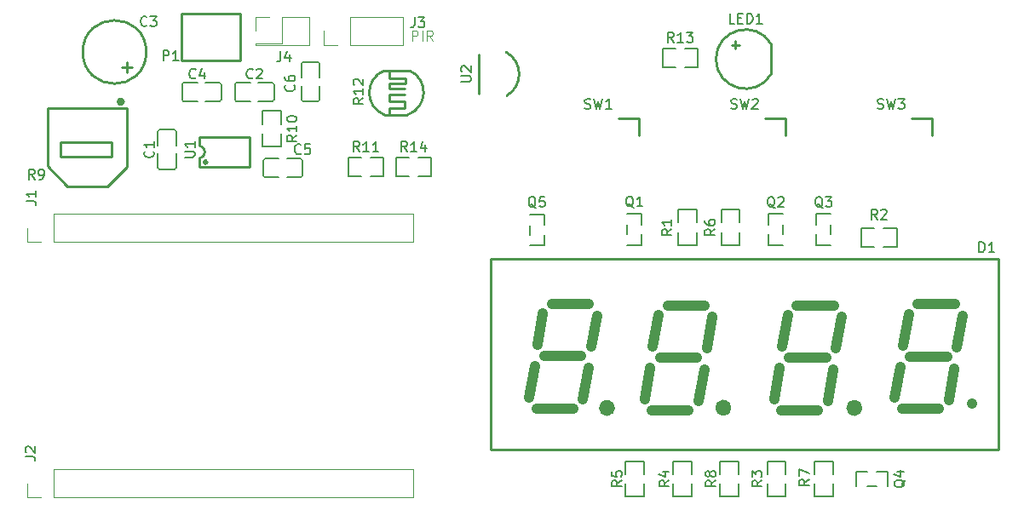
<source format=gto>
G04 #@! TF.GenerationSoftware,KiCad,Pcbnew,9.0.1*
G04 #@! TF.CreationDate,2025-05-01T12:24:31+02:00*
G04 #@! TF.ProjectId,despertador,64657370-6572-4746-9164-6f722e6b6963,rev?*
G04 #@! TF.SameCoordinates,Original*
G04 #@! TF.FileFunction,Legend,Top*
G04 #@! TF.FilePolarity,Positive*
%FSLAX46Y46*%
G04 Gerber Fmt 4.6, Leading zero omitted, Abs format (unit mm)*
G04 Created by KiCad (PCBNEW 9.0.1) date 2025-05-01 12:24:31*
%MOMM*%
%LPD*%
G01*
G04 APERTURE LIST*
%ADD10C,0.100000*%
%ADD11C,0.150000*%
%ADD12C,0.250000*%
%ADD13C,0.120000*%
%ADD14C,1.000000*%
%ADD15C,0.300000*%
%ADD16C,0.400000*%
%ADD17R,1.350000X1.410000*%
%ADD18R,1.410000X1.350000*%
%ADD19R,1.380000X1.130000*%
%ADD20R,1.600000X1.600000*%
%ADD21C,1.600000*%
%ADD22C,1.520000*%
%ADD23R,1.700000X1.700000*%
%ADD24C,1.700000*%
%ADD25R,1.250000X0.700000*%
%ADD26C,1.550000*%
%ADD27O,0.630000X1.860000*%
%ADD28R,1.130000X1.380000*%
%ADD29R,2.200000X2.100000*%
%ADD30C,2.200000*%
%ADD31R,1.800000X1.800000*%
%ADD32O,1.800000X1.800000*%
%ADD33R,0.700000X1.250000*%
G04 APERTURE END LIST*
D10*
X119603884Y-93172419D02*
X119603884Y-92172419D01*
X119603884Y-92172419D02*
X119984836Y-92172419D01*
X119984836Y-92172419D02*
X120080074Y-92220038D01*
X120080074Y-92220038D02*
X120127693Y-92267657D01*
X120127693Y-92267657D02*
X120175312Y-92362895D01*
X120175312Y-92362895D02*
X120175312Y-92505752D01*
X120175312Y-92505752D02*
X120127693Y-92600990D01*
X120127693Y-92600990D02*
X120080074Y-92648609D01*
X120080074Y-92648609D02*
X119984836Y-92696228D01*
X119984836Y-92696228D02*
X119603884Y-92696228D01*
X120603884Y-93172419D02*
X120603884Y-92172419D01*
X121651502Y-93172419D02*
X121318169Y-92696228D01*
X121080074Y-93172419D02*
X121080074Y-92172419D01*
X121080074Y-92172419D02*
X121461026Y-92172419D01*
X121461026Y-92172419D02*
X121556264Y-92220038D01*
X121556264Y-92220038D02*
X121603883Y-92267657D01*
X121603883Y-92267657D02*
X121651502Y-92362895D01*
X121651502Y-92362895D02*
X121651502Y-92505752D01*
X121651502Y-92505752D02*
X121603883Y-92600990D01*
X121603883Y-92600990D02*
X121556264Y-92648609D01*
X121556264Y-92648609D02*
X121461026Y-92696228D01*
X121461026Y-92696228D02*
X121080074Y-92696228D01*
D11*
X107859580Y-97580600D02*
X107907200Y-97628219D01*
X107907200Y-97628219D02*
X107954819Y-97771076D01*
X107954819Y-97771076D02*
X107954819Y-97866314D01*
X107954819Y-97866314D02*
X107907200Y-98009171D01*
X107907200Y-98009171D02*
X107811961Y-98104409D01*
X107811961Y-98104409D02*
X107716723Y-98152028D01*
X107716723Y-98152028D02*
X107526247Y-98199647D01*
X107526247Y-98199647D02*
X107383390Y-98199647D01*
X107383390Y-98199647D02*
X107192914Y-98152028D01*
X107192914Y-98152028D02*
X107097676Y-98104409D01*
X107097676Y-98104409D02*
X107002438Y-98009171D01*
X107002438Y-98009171D02*
X106954819Y-97866314D01*
X106954819Y-97866314D02*
X106954819Y-97771076D01*
X106954819Y-97771076D02*
X107002438Y-97628219D01*
X107002438Y-97628219D02*
X107050057Y-97580600D01*
X106954819Y-96723457D02*
X106954819Y-96913933D01*
X106954819Y-96913933D02*
X107002438Y-97009171D01*
X107002438Y-97009171D02*
X107050057Y-97056790D01*
X107050057Y-97056790D02*
X107192914Y-97152028D01*
X107192914Y-97152028D02*
X107383390Y-97199647D01*
X107383390Y-97199647D02*
X107764342Y-97199647D01*
X107764342Y-97199647D02*
X107859580Y-97152028D01*
X107859580Y-97152028D02*
X107907200Y-97104409D01*
X107907200Y-97104409D02*
X107954819Y-97009171D01*
X107954819Y-97009171D02*
X107954819Y-96818695D01*
X107954819Y-96818695D02*
X107907200Y-96723457D01*
X107907200Y-96723457D02*
X107859580Y-96675838D01*
X107859580Y-96675838D02*
X107764342Y-96628219D01*
X107764342Y-96628219D02*
X107526247Y-96628219D01*
X107526247Y-96628219D02*
X107431009Y-96675838D01*
X107431009Y-96675838D02*
X107383390Y-96723457D01*
X107383390Y-96723457D02*
X107335771Y-96818695D01*
X107335771Y-96818695D02*
X107335771Y-97009171D01*
X107335771Y-97009171D02*
X107383390Y-97104409D01*
X107383390Y-97104409D02*
X107431009Y-97152028D01*
X107431009Y-97152028D02*
X107526247Y-97199647D01*
X108543333Y-104369580D02*
X108495714Y-104417200D01*
X108495714Y-104417200D02*
X108352857Y-104464819D01*
X108352857Y-104464819D02*
X108257619Y-104464819D01*
X108257619Y-104464819D02*
X108114762Y-104417200D01*
X108114762Y-104417200D02*
X108019524Y-104321961D01*
X108019524Y-104321961D02*
X107971905Y-104226723D01*
X107971905Y-104226723D02*
X107924286Y-104036247D01*
X107924286Y-104036247D02*
X107924286Y-103893390D01*
X107924286Y-103893390D02*
X107971905Y-103702914D01*
X107971905Y-103702914D02*
X108019524Y-103607676D01*
X108019524Y-103607676D02*
X108114762Y-103512438D01*
X108114762Y-103512438D02*
X108257619Y-103464819D01*
X108257619Y-103464819D02*
X108352857Y-103464819D01*
X108352857Y-103464819D02*
X108495714Y-103512438D01*
X108495714Y-103512438D02*
X108543333Y-103560057D01*
X109448095Y-103464819D02*
X108971905Y-103464819D01*
X108971905Y-103464819D02*
X108924286Y-103941009D01*
X108924286Y-103941009D02*
X108971905Y-103893390D01*
X108971905Y-103893390D02*
X109067143Y-103845771D01*
X109067143Y-103845771D02*
X109305238Y-103845771D01*
X109305238Y-103845771D02*
X109400476Y-103893390D01*
X109400476Y-103893390D02*
X109448095Y-103941009D01*
X109448095Y-103941009D02*
X109495714Y-104036247D01*
X109495714Y-104036247D02*
X109495714Y-104274342D01*
X109495714Y-104274342D02*
X109448095Y-104369580D01*
X109448095Y-104369580D02*
X109400476Y-104417200D01*
X109400476Y-104417200D02*
X109305238Y-104464819D01*
X109305238Y-104464819D02*
X109067143Y-104464819D01*
X109067143Y-104464819D02*
X108971905Y-104417200D01*
X108971905Y-104417200D02*
X108924286Y-104369580D01*
X103773333Y-96869580D02*
X103725714Y-96917200D01*
X103725714Y-96917200D02*
X103582857Y-96964819D01*
X103582857Y-96964819D02*
X103487619Y-96964819D01*
X103487619Y-96964819D02*
X103344762Y-96917200D01*
X103344762Y-96917200D02*
X103249524Y-96821961D01*
X103249524Y-96821961D02*
X103201905Y-96726723D01*
X103201905Y-96726723D02*
X103154286Y-96536247D01*
X103154286Y-96536247D02*
X103154286Y-96393390D01*
X103154286Y-96393390D02*
X103201905Y-96202914D01*
X103201905Y-96202914D02*
X103249524Y-96107676D01*
X103249524Y-96107676D02*
X103344762Y-96012438D01*
X103344762Y-96012438D02*
X103487619Y-95964819D01*
X103487619Y-95964819D02*
X103582857Y-95964819D01*
X103582857Y-95964819D02*
X103725714Y-96012438D01*
X103725714Y-96012438D02*
X103773333Y-96060057D01*
X104154286Y-96060057D02*
X104201905Y-96012438D01*
X104201905Y-96012438D02*
X104297143Y-95964819D01*
X104297143Y-95964819D02*
X104535238Y-95964819D01*
X104535238Y-95964819D02*
X104630476Y-96012438D01*
X104630476Y-96012438D02*
X104678095Y-96060057D01*
X104678095Y-96060057D02*
X104725714Y-96155295D01*
X104725714Y-96155295D02*
X104725714Y-96250533D01*
X104725714Y-96250533D02*
X104678095Y-96393390D01*
X104678095Y-96393390D02*
X104106667Y-96964819D01*
X104106667Y-96964819D02*
X104725714Y-96964819D01*
X98083333Y-96869580D02*
X98035714Y-96917200D01*
X98035714Y-96917200D02*
X97892857Y-96964819D01*
X97892857Y-96964819D02*
X97797619Y-96964819D01*
X97797619Y-96964819D02*
X97654762Y-96917200D01*
X97654762Y-96917200D02*
X97559524Y-96821961D01*
X97559524Y-96821961D02*
X97511905Y-96726723D01*
X97511905Y-96726723D02*
X97464286Y-96536247D01*
X97464286Y-96536247D02*
X97464286Y-96393390D01*
X97464286Y-96393390D02*
X97511905Y-96202914D01*
X97511905Y-96202914D02*
X97559524Y-96107676D01*
X97559524Y-96107676D02*
X97654762Y-96012438D01*
X97654762Y-96012438D02*
X97797619Y-95964819D01*
X97797619Y-95964819D02*
X97892857Y-95964819D01*
X97892857Y-95964819D02*
X98035714Y-96012438D01*
X98035714Y-96012438D02*
X98083333Y-96060057D01*
X98940476Y-96298152D02*
X98940476Y-96964819D01*
X98702381Y-95917200D02*
X98464286Y-96631485D01*
X98464286Y-96631485D02*
X99083333Y-96631485D01*
X93859580Y-104166666D02*
X93907200Y-104214285D01*
X93907200Y-104214285D02*
X93954819Y-104357142D01*
X93954819Y-104357142D02*
X93954819Y-104452380D01*
X93954819Y-104452380D02*
X93907200Y-104595237D01*
X93907200Y-104595237D02*
X93811961Y-104690475D01*
X93811961Y-104690475D02*
X93716723Y-104738094D01*
X93716723Y-104738094D02*
X93526247Y-104785713D01*
X93526247Y-104785713D02*
X93383390Y-104785713D01*
X93383390Y-104785713D02*
X93192914Y-104738094D01*
X93192914Y-104738094D02*
X93097676Y-104690475D01*
X93097676Y-104690475D02*
X93002438Y-104595237D01*
X93002438Y-104595237D02*
X92954819Y-104452380D01*
X92954819Y-104452380D02*
X92954819Y-104357142D01*
X92954819Y-104357142D02*
X93002438Y-104214285D01*
X93002438Y-104214285D02*
X93050057Y-104166666D01*
X93954819Y-103214285D02*
X93954819Y-103785713D01*
X93954819Y-103499999D02*
X92954819Y-103499999D01*
X92954819Y-103499999D02*
X93097676Y-103595237D01*
X93097676Y-103595237D02*
X93192914Y-103690475D01*
X93192914Y-103690475D02*
X93240533Y-103785713D01*
X149779819Y-136916666D02*
X149303628Y-137249999D01*
X149779819Y-137488094D02*
X148779819Y-137488094D01*
X148779819Y-137488094D02*
X148779819Y-137107142D01*
X148779819Y-137107142D02*
X148827438Y-137011904D01*
X148827438Y-137011904D02*
X148875057Y-136964285D01*
X148875057Y-136964285D02*
X148970295Y-136916666D01*
X148970295Y-136916666D02*
X149113152Y-136916666D01*
X149113152Y-136916666D02*
X149208390Y-136964285D01*
X149208390Y-136964285D02*
X149256009Y-137011904D01*
X149256009Y-137011904D02*
X149303628Y-137107142D01*
X149303628Y-137107142D02*
X149303628Y-137488094D01*
X149208390Y-136345237D02*
X149160771Y-136440475D01*
X149160771Y-136440475D02*
X149113152Y-136488094D01*
X149113152Y-136488094D02*
X149017914Y-136535713D01*
X149017914Y-136535713D02*
X148970295Y-136535713D01*
X148970295Y-136535713D02*
X148875057Y-136488094D01*
X148875057Y-136488094D02*
X148827438Y-136440475D01*
X148827438Y-136440475D02*
X148779819Y-136345237D01*
X148779819Y-136345237D02*
X148779819Y-136154761D01*
X148779819Y-136154761D02*
X148827438Y-136059523D01*
X148827438Y-136059523D02*
X148875057Y-136011904D01*
X148875057Y-136011904D02*
X148970295Y-135964285D01*
X148970295Y-135964285D02*
X149017914Y-135964285D01*
X149017914Y-135964285D02*
X149113152Y-136011904D01*
X149113152Y-136011904D02*
X149160771Y-136059523D01*
X149160771Y-136059523D02*
X149208390Y-136154761D01*
X149208390Y-136154761D02*
X149208390Y-136345237D01*
X149208390Y-136345237D02*
X149256009Y-136440475D01*
X149256009Y-136440475D02*
X149303628Y-136488094D01*
X149303628Y-136488094D02*
X149398866Y-136535713D01*
X149398866Y-136535713D02*
X149589342Y-136535713D01*
X149589342Y-136535713D02*
X149684580Y-136488094D01*
X149684580Y-136488094D02*
X149732200Y-136440475D01*
X149732200Y-136440475D02*
X149779819Y-136345237D01*
X149779819Y-136345237D02*
X149779819Y-136154761D01*
X149779819Y-136154761D02*
X149732200Y-136059523D01*
X149732200Y-136059523D02*
X149684580Y-136011904D01*
X149684580Y-136011904D02*
X149589342Y-135964285D01*
X149589342Y-135964285D02*
X149398866Y-135964285D01*
X149398866Y-135964285D02*
X149303628Y-136011904D01*
X149303628Y-136011904D02*
X149256009Y-136059523D01*
X149256009Y-136059523D02*
X149208390Y-136154761D01*
X165866667Y-99907200D02*
X166009524Y-99954819D01*
X166009524Y-99954819D02*
X166247619Y-99954819D01*
X166247619Y-99954819D02*
X166342857Y-99907200D01*
X166342857Y-99907200D02*
X166390476Y-99859580D01*
X166390476Y-99859580D02*
X166438095Y-99764342D01*
X166438095Y-99764342D02*
X166438095Y-99669104D01*
X166438095Y-99669104D02*
X166390476Y-99573866D01*
X166390476Y-99573866D02*
X166342857Y-99526247D01*
X166342857Y-99526247D02*
X166247619Y-99478628D01*
X166247619Y-99478628D02*
X166057143Y-99431009D01*
X166057143Y-99431009D02*
X165961905Y-99383390D01*
X165961905Y-99383390D02*
X165914286Y-99335771D01*
X165914286Y-99335771D02*
X165866667Y-99240533D01*
X165866667Y-99240533D02*
X165866667Y-99145295D01*
X165866667Y-99145295D02*
X165914286Y-99050057D01*
X165914286Y-99050057D02*
X165961905Y-99002438D01*
X165961905Y-99002438D02*
X166057143Y-98954819D01*
X166057143Y-98954819D02*
X166295238Y-98954819D01*
X166295238Y-98954819D02*
X166438095Y-99002438D01*
X166771429Y-98954819D02*
X167009524Y-99954819D01*
X167009524Y-99954819D02*
X167200000Y-99240533D01*
X167200000Y-99240533D02*
X167390476Y-99954819D01*
X167390476Y-99954819D02*
X167628572Y-98954819D01*
X167914286Y-98954819D02*
X168533333Y-98954819D01*
X168533333Y-98954819D02*
X168200000Y-99335771D01*
X168200000Y-99335771D02*
X168342857Y-99335771D01*
X168342857Y-99335771D02*
X168438095Y-99383390D01*
X168438095Y-99383390D02*
X168485714Y-99431009D01*
X168485714Y-99431009D02*
X168533333Y-99526247D01*
X168533333Y-99526247D02*
X168533333Y-99764342D01*
X168533333Y-99764342D02*
X168485714Y-99859580D01*
X168485714Y-99859580D02*
X168438095Y-99907200D01*
X168438095Y-99907200D02*
X168342857Y-99954819D01*
X168342857Y-99954819D02*
X168057143Y-99954819D01*
X168057143Y-99954819D02*
X167961905Y-99907200D01*
X167961905Y-99907200D02*
X167914286Y-99859580D01*
X145404819Y-111916666D02*
X144928628Y-112249999D01*
X145404819Y-112488094D02*
X144404819Y-112488094D01*
X144404819Y-112488094D02*
X144404819Y-112107142D01*
X144404819Y-112107142D02*
X144452438Y-112011904D01*
X144452438Y-112011904D02*
X144500057Y-111964285D01*
X144500057Y-111964285D02*
X144595295Y-111916666D01*
X144595295Y-111916666D02*
X144738152Y-111916666D01*
X144738152Y-111916666D02*
X144833390Y-111964285D01*
X144833390Y-111964285D02*
X144881009Y-112011904D01*
X144881009Y-112011904D02*
X144928628Y-112107142D01*
X144928628Y-112107142D02*
X144928628Y-112488094D01*
X145404819Y-110964285D02*
X145404819Y-111535713D01*
X145404819Y-111249999D02*
X144404819Y-111249999D01*
X144404819Y-111249999D02*
X144547676Y-111345237D01*
X144547676Y-111345237D02*
X144642914Y-111440475D01*
X144642914Y-111440475D02*
X144690533Y-111535713D01*
X151316667Y-99907200D02*
X151459524Y-99954819D01*
X151459524Y-99954819D02*
X151697619Y-99954819D01*
X151697619Y-99954819D02*
X151792857Y-99907200D01*
X151792857Y-99907200D02*
X151840476Y-99859580D01*
X151840476Y-99859580D02*
X151888095Y-99764342D01*
X151888095Y-99764342D02*
X151888095Y-99669104D01*
X151888095Y-99669104D02*
X151840476Y-99573866D01*
X151840476Y-99573866D02*
X151792857Y-99526247D01*
X151792857Y-99526247D02*
X151697619Y-99478628D01*
X151697619Y-99478628D02*
X151507143Y-99431009D01*
X151507143Y-99431009D02*
X151411905Y-99383390D01*
X151411905Y-99383390D02*
X151364286Y-99335771D01*
X151364286Y-99335771D02*
X151316667Y-99240533D01*
X151316667Y-99240533D02*
X151316667Y-99145295D01*
X151316667Y-99145295D02*
X151364286Y-99050057D01*
X151364286Y-99050057D02*
X151411905Y-99002438D01*
X151411905Y-99002438D02*
X151507143Y-98954819D01*
X151507143Y-98954819D02*
X151745238Y-98954819D01*
X151745238Y-98954819D02*
X151888095Y-99002438D01*
X152221429Y-98954819D02*
X152459524Y-99954819D01*
X152459524Y-99954819D02*
X152650000Y-99240533D01*
X152650000Y-99240533D02*
X152840476Y-99954819D01*
X152840476Y-99954819D02*
X153078572Y-98954819D01*
X153411905Y-99050057D02*
X153459524Y-99002438D01*
X153459524Y-99002438D02*
X153554762Y-98954819D01*
X153554762Y-98954819D02*
X153792857Y-98954819D01*
X153792857Y-98954819D02*
X153888095Y-99002438D01*
X153888095Y-99002438D02*
X153935714Y-99050057D01*
X153935714Y-99050057D02*
X153983333Y-99145295D01*
X153983333Y-99145295D02*
X153983333Y-99240533D01*
X153983333Y-99240533D02*
X153935714Y-99383390D01*
X153935714Y-99383390D02*
X153364286Y-99954819D01*
X153364286Y-99954819D02*
X153983333Y-99954819D01*
X136766667Y-99907200D02*
X136909524Y-99954819D01*
X136909524Y-99954819D02*
X137147619Y-99954819D01*
X137147619Y-99954819D02*
X137242857Y-99907200D01*
X137242857Y-99907200D02*
X137290476Y-99859580D01*
X137290476Y-99859580D02*
X137338095Y-99764342D01*
X137338095Y-99764342D02*
X137338095Y-99669104D01*
X137338095Y-99669104D02*
X137290476Y-99573866D01*
X137290476Y-99573866D02*
X137242857Y-99526247D01*
X137242857Y-99526247D02*
X137147619Y-99478628D01*
X137147619Y-99478628D02*
X136957143Y-99431009D01*
X136957143Y-99431009D02*
X136861905Y-99383390D01*
X136861905Y-99383390D02*
X136814286Y-99335771D01*
X136814286Y-99335771D02*
X136766667Y-99240533D01*
X136766667Y-99240533D02*
X136766667Y-99145295D01*
X136766667Y-99145295D02*
X136814286Y-99050057D01*
X136814286Y-99050057D02*
X136861905Y-99002438D01*
X136861905Y-99002438D02*
X136957143Y-98954819D01*
X136957143Y-98954819D02*
X137195238Y-98954819D01*
X137195238Y-98954819D02*
X137338095Y-99002438D01*
X137671429Y-98954819D02*
X137909524Y-99954819D01*
X137909524Y-99954819D02*
X138100000Y-99240533D01*
X138100000Y-99240533D02*
X138290476Y-99954819D01*
X138290476Y-99954819D02*
X138528572Y-98954819D01*
X139433333Y-99954819D02*
X138861905Y-99954819D01*
X139147619Y-99954819D02*
X139147619Y-98954819D01*
X139147619Y-98954819D02*
X139052381Y-99097676D01*
X139052381Y-99097676D02*
X138957143Y-99192914D01*
X138957143Y-99192914D02*
X138861905Y-99240533D01*
X149704819Y-111916666D02*
X149228628Y-112249999D01*
X149704819Y-112488094D02*
X148704819Y-112488094D01*
X148704819Y-112488094D02*
X148704819Y-112107142D01*
X148704819Y-112107142D02*
X148752438Y-112011904D01*
X148752438Y-112011904D02*
X148800057Y-111964285D01*
X148800057Y-111964285D02*
X148895295Y-111916666D01*
X148895295Y-111916666D02*
X149038152Y-111916666D01*
X149038152Y-111916666D02*
X149133390Y-111964285D01*
X149133390Y-111964285D02*
X149181009Y-112011904D01*
X149181009Y-112011904D02*
X149228628Y-112107142D01*
X149228628Y-112107142D02*
X149228628Y-112488094D01*
X148704819Y-111059523D02*
X148704819Y-111249999D01*
X148704819Y-111249999D02*
X148752438Y-111345237D01*
X148752438Y-111345237D02*
X148800057Y-111392856D01*
X148800057Y-111392856D02*
X148942914Y-111488094D01*
X148942914Y-111488094D02*
X149133390Y-111535713D01*
X149133390Y-111535713D02*
X149514342Y-111535713D01*
X149514342Y-111535713D02*
X149609580Y-111488094D01*
X149609580Y-111488094D02*
X149657200Y-111440475D01*
X149657200Y-111440475D02*
X149704819Y-111345237D01*
X149704819Y-111345237D02*
X149704819Y-111154761D01*
X149704819Y-111154761D02*
X149657200Y-111059523D01*
X149657200Y-111059523D02*
X149609580Y-111011904D01*
X149609580Y-111011904D02*
X149514342Y-110964285D01*
X149514342Y-110964285D02*
X149276247Y-110964285D01*
X149276247Y-110964285D02*
X149181009Y-111011904D01*
X149181009Y-111011904D02*
X149133390Y-111059523D01*
X149133390Y-111059523D02*
X149085771Y-111154761D01*
X149085771Y-111154761D02*
X149085771Y-111345237D01*
X149085771Y-111345237D02*
X149133390Y-111440475D01*
X149133390Y-111440475D02*
X149181009Y-111488094D01*
X149181009Y-111488094D02*
X149276247Y-111535713D01*
X114754819Y-98892857D02*
X114278628Y-99226190D01*
X114754819Y-99464285D02*
X113754819Y-99464285D01*
X113754819Y-99464285D02*
X113754819Y-99083333D01*
X113754819Y-99083333D02*
X113802438Y-98988095D01*
X113802438Y-98988095D02*
X113850057Y-98940476D01*
X113850057Y-98940476D02*
X113945295Y-98892857D01*
X113945295Y-98892857D02*
X114088152Y-98892857D01*
X114088152Y-98892857D02*
X114183390Y-98940476D01*
X114183390Y-98940476D02*
X114231009Y-98988095D01*
X114231009Y-98988095D02*
X114278628Y-99083333D01*
X114278628Y-99083333D02*
X114278628Y-99464285D01*
X114754819Y-97940476D02*
X114754819Y-98511904D01*
X114754819Y-98226190D02*
X113754819Y-98226190D01*
X113754819Y-98226190D02*
X113897676Y-98321428D01*
X113897676Y-98321428D02*
X113992914Y-98416666D01*
X113992914Y-98416666D02*
X114040533Y-98511904D01*
X113850057Y-97559523D02*
X113802438Y-97511904D01*
X113802438Y-97511904D02*
X113754819Y-97416666D01*
X113754819Y-97416666D02*
X113754819Y-97178571D01*
X113754819Y-97178571D02*
X113802438Y-97083333D01*
X113802438Y-97083333D02*
X113850057Y-97035714D01*
X113850057Y-97035714D02*
X113945295Y-96988095D01*
X113945295Y-96988095D02*
X114040533Y-96988095D01*
X114040533Y-96988095D02*
X114183390Y-97035714D01*
X114183390Y-97035714D02*
X114754819Y-97607142D01*
X114754819Y-97607142D02*
X114754819Y-96988095D01*
X81244819Y-109133333D02*
X81959104Y-109133333D01*
X81959104Y-109133333D02*
X82101961Y-109180952D01*
X82101961Y-109180952D02*
X82197200Y-109276190D01*
X82197200Y-109276190D02*
X82244819Y-109419047D01*
X82244819Y-109419047D02*
X82244819Y-109514285D01*
X82244819Y-108133333D02*
X82244819Y-108704761D01*
X82244819Y-108419047D02*
X81244819Y-108419047D01*
X81244819Y-108419047D02*
X81387676Y-108514285D01*
X81387676Y-108514285D02*
X81482914Y-108609523D01*
X81482914Y-108609523D02*
X81530533Y-108704761D01*
X108144819Y-102582857D02*
X107668628Y-102916190D01*
X108144819Y-103154285D02*
X107144819Y-103154285D01*
X107144819Y-103154285D02*
X107144819Y-102773333D01*
X107144819Y-102773333D02*
X107192438Y-102678095D01*
X107192438Y-102678095D02*
X107240057Y-102630476D01*
X107240057Y-102630476D02*
X107335295Y-102582857D01*
X107335295Y-102582857D02*
X107478152Y-102582857D01*
X107478152Y-102582857D02*
X107573390Y-102630476D01*
X107573390Y-102630476D02*
X107621009Y-102678095D01*
X107621009Y-102678095D02*
X107668628Y-102773333D01*
X107668628Y-102773333D02*
X107668628Y-103154285D01*
X108144819Y-101630476D02*
X108144819Y-102201904D01*
X108144819Y-101916190D02*
X107144819Y-101916190D01*
X107144819Y-101916190D02*
X107287676Y-102011428D01*
X107287676Y-102011428D02*
X107382914Y-102106666D01*
X107382914Y-102106666D02*
X107430533Y-102201904D01*
X107144819Y-101011428D02*
X107144819Y-100916190D01*
X107144819Y-100916190D02*
X107192438Y-100820952D01*
X107192438Y-100820952D02*
X107240057Y-100773333D01*
X107240057Y-100773333D02*
X107335295Y-100725714D01*
X107335295Y-100725714D02*
X107525771Y-100678095D01*
X107525771Y-100678095D02*
X107763866Y-100678095D01*
X107763866Y-100678095D02*
X107954342Y-100725714D01*
X107954342Y-100725714D02*
X108049580Y-100773333D01*
X108049580Y-100773333D02*
X108097200Y-100820952D01*
X108097200Y-100820952D02*
X108144819Y-100916190D01*
X108144819Y-100916190D02*
X108144819Y-101011428D01*
X108144819Y-101011428D02*
X108097200Y-101106666D01*
X108097200Y-101106666D02*
X108049580Y-101154285D01*
X108049580Y-101154285D02*
X107954342Y-101201904D01*
X107954342Y-101201904D02*
X107763866Y-101249523D01*
X107763866Y-101249523D02*
X107525771Y-101249523D01*
X107525771Y-101249523D02*
X107335295Y-101201904D01*
X107335295Y-101201904D02*
X107240057Y-101154285D01*
X107240057Y-101154285D02*
X107192438Y-101106666D01*
X107192438Y-101106666D02*
X107144819Y-101011428D01*
X155654761Y-109800057D02*
X155559523Y-109752438D01*
X155559523Y-109752438D02*
X155464285Y-109657200D01*
X155464285Y-109657200D02*
X155321428Y-109514342D01*
X155321428Y-109514342D02*
X155226190Y-109466723D01*
X155226190Y-109466723D02*
X155130952Y-109466723D01*
X155178571Y-109704819D02*
X155083333Y-109657200D01*
X155083333Y-109657200D02*
X154988095Y-109561961D01*
X154988095Y-109561961D02*
X154940476Y-109371485D01*
X154940476Y-109371485D02*
X154940476Y-109038152D01*
X154940476Y-109038152D02*
X154988095Y-108847676D01*
X154988095Y-108847676D02*
X155083333Y-108752438D01*
X155083333Y-108752438D02*
X155178571Y-108704819D01*
X155178571Y-108704819D02*
X155369047Y-108704819D01*
X155369047Y-108704819D02*
X155464285Y-108752438D01*
X155464285Y-108752438D02*
X155559523Y-108847676D01*
X155559523Y-108847676D02*
X155607142Y-109038152D01*
X155607142Y-109038152D02*
X155607142Y-109371485D01*
X155607142Y-109371485D02*
X155559523Y-109561961D01*
X155559523Y-109561961D02*
X155464285Y-109657200D01*
X155464285Y-109657200D02*
X155369047Y-109704819D01*
X155369047Y-109704819D02*
X155178571Y-109704819D01*
X155988095Y-108800057D02*
X156035714Y-108752438D01*
X156035714Y-108752438D02*
X156130952Y-108704819D01*
X156130952Y-108704819D02*
X156369047Y-108704819D01*
X156369047Y-108704819D02*
X156464285Y-108752438D01*
X156464285Y-108752438D02*
X156511904Y-108800057D01*
X156511904Y-108800057D02*
X156559523Y-108895295D01*
X156559523Y-108895295D02*
X156559523Y-108990533D01*
X156559523Y-108990533D02*
X156511904Y-109133390D01*
X156511904Y-109133390D02*
X155940476Y-109704819D01*
X155940476Y-109704819D02*
X156559523Y-109704819D01*
X175961905Y-114204819D02*
X175961905Y-113204819D01*
X175961905Y-113204819D02*
X176200000Y-113204819D01*
X176200000Y-113204819D02*
X176342857Y-113252438D01*
X176342857Y-113252438D02*
X176438095Y-113347676D01*
X176438095Y-113347676D02*
X176485714Y-113442914D01*
X176485714Y-113442914D02*
X176533333Y-113633390D01*
X176533333Y-113633390D02*
X176533333Y-113776247D01*
X176533333Y-113776247D02*
X176485714Y-113966723D01*
X176485714Y-113966723D02*
X176438095Y-114061961D01*
X176438095Y-114061961D02*
X176342857Y-114157200D01*
X176342857Y-114157200D02*
X176200000Y-114204819D01*
X176200000Y-114204819D02*
X175961905Y-114204819D01*
X177485714Y-114204819D02*
X176914286Y-114204819D01*
X177200000Y-114204819D02*
X177200000Y-113204819D01*
X177200000Y-113204819D02*
X177104762Y-113347676D01*
X177104762Y-113347676D02*
X177009524Y-113442914D01*
X177009524Y-113442914D02*
X176914286Y-113490533D01*
X96994819Y-104761904D02*
X97804342Y-104761904D01*
X97804342Y-104761904D02*
X97899580Y-104714285D01*
X97899580Y-104714285D02*
X97947200Y-104666666D01*
X97947200Y-104666666D02*
X97994819Y-104571428D01*
X97994819Y-104571428D02*
X97994819Y-104380952D01*
X97994819Y-104380952D02*
X97947200Y-104285714D01*
X97947200Y-104285714D02*
X97899580Y-104238095D01*
X97899580Y-104238095D02*
X97804342Y-104190476D01*
X97804342Y-104190476D02*
X96994819Y-104190476D01*
X97994819Y-103190476D02*
X97994819Y-103761904D01*
X97994819Y-103476190D02*
X96994819Y-103476190D01*
X96994819Y-103476190D02*
X97137676Y-103571428D01*
X97137676Y-103571428D02*
X97232914Y-103666666D01*
X97232914Y-103666666D02*
X97280533Y-103761904D01*
X154367319Y-136916666D02*
X153891128Y-137249999D01*
X154367319Y-137488094D02*
X153367319Y-137488094D01*
X153367319Y-137488094D02*
X153367319Y-137107142D01*
X153367319Y-137107142D02*
X153414938Y-137011904D01*
X153414938Y-137011904D02*
X153462557Y-136964285D01*
X153462557Y-136964285D02*
X153557795Y-136916666D01*
X153557795Y-136916666D02*
X153700652Y-136916666D01*
X153700652Y-136916666D02*
X153795890Y-136964285D01*
X153795890Y-136964285D02*
X153843509Y-137011904D01*
X153843509Y-137011904D02*
X153891128Y-137107142D01*
X153891128Y-137107142D02*
X153891128Y-137488094D01*
X153367319Y-136583332D02*
X153367319Y-135964285D01*
X153367319Y-135964285D02*
X153748271Y-136297618D01*
X153748271Y-136297618D02*
X153748271Y-136154761D01*
X153748271Y-136154761D02*
X153795890Y-136059523D01*
X153795890Y-136059523D02*
X153843509Y-136011904D01*
X153843509Y-136011904D02*
X153938747Y-135964285D01*
X153938747Y-135964285D02*
X154176842Y-135964285D01*
X154176842Y-135964285D02*
X154272080Y-136011904D01*
X154272080Y-136011904D02*
X154319700Y-136059523D01*
X154319700Y-136059523D02*
X154367319Y-136154761D01*
X154367319Y-136154761D02*
X154367319Y-136440475D01*
X154367319Y-136440475D02*
X154319700Y-136535713D01*
X154319700Y-136535713D02*
X154272080Y-136583332D01*
X160404761Y-109800057D02*
X160309523Y-109752438D01*
X160309523Y-109752438D02*
X160214285Y-109657200D01*
X160214285Y-109657200D02*
X160071428Y-109514342D01*
X160071428Y-109514342D02*
X159976190Y-109466723D01*
X159976190Y-109466723D02*
X159880952Y-109466723D01*
X159928571Y-109704819D02*
X159833333Y-109657200D01*
X159833333Y-109657200D02*
X159738095Y-109561961D01*
X159738095Y-109561961D02*
X159690476Y-109371485D01*
X159690476Y-109371485D02*
X159690476Y-109038152D01*
X159690476Y-109038152D02*
X159738095Y-108847676D01*
X159738095Y-108847676D02*
X159833333Y-108752438D01*
X159833333Y-108752438D02*
X159928571Y-108704819D01*
X159928571Y-108704819D02*
X160119047Y-108704819D01*
X160119047Y-108704819D02*
X160214285Y-108752438D01*
X160214285Y-108752438D02*
X160309523Y-108847676D01*
X160309523Y-108847676D02*
X160357142Y-109038152D01*
X160357142Y-109038152D02*
X160357142Y-109371485D01*
X160357142Y-109371485D02*
X160309523Y-109561961D01*
X160309523Y-109561961D02*
X160214285Y-109657200D01*
X160214285Y-109657200D02*
X160119047Y-109704819D01*
X160119047Y-109704819D02*
X159928571Y-109704819D01*
X160690476Y-108704819D02*
X161309523Y-108704819D01*
X161309523Y-108704819D02*
X160976190Y-109085771D01*
X160976190Y-109085771D02*
X161119047Y-109085771D01*
X161119047Y-109085771D02*
X161214285Y-109133390D01*
X161214285Y-109133390D02*
X161261904Y-109181009D01*
X161261904Y-109181009D02*
X161309523Y-109276247D01*
X161309523Y-109276247D02*
X161309523Y-109514342D01*
X161309523Y-109514342D02*
X161261904Y-109609580D01*
X161261904Y-109609580D02*
X161214285Y-109657200D01*
X161214285Y-109657200D02*
X161119047Y-109704819D01*
X161119047Y-109704819D02*
X160833333Y-109704819D01*
X160833333Y-109704819D02*
X160738095Y-109657200D01*
X160738095Y-109657200D02*
X160690476Y-109609580D01*
X114357142Y-104204819D02*
X114023809Y-103728628D01*
X113785714Y-104204819D02*
X113785714Y-103204819D01*
X113785714Y-103204819D02*
X114166666Y-103204819D01*
X114166666Y-103204819D02*
X114261904Y-103252438D01*
X114261904Y-103252438D02*
X114309523Y-103300057D01*
X114309523Y-103300057D02*
X114357142Y-103395295D01*
X114357142Y-103395295D02*
X114357142Y-103538152D01*
X114357142Y-103538152D02*
X114309523Y-103633390D01*
X114309523Y-103633390D02*
X114261904Y-103681009D01*
X114261904Y-103681009D02*
X114166666Y-103728628D01*
X114166666Y-103728628D02*
X113785714Y-103728628D01*
X115309523Y-104204819D02*
X114738095Y-104204819D01*
X115023809Y-104204819D02*
X115023809Y-103204819D01*
X115023809Y-103204819D02*
X114928571Y-103347676D01*
X114928571Y-103347676D02*
X114833333Y-103442914D01*
X114833333Y-103442914D02*
X114738095Y-103490533D01*
X116261904Y-104204819D02*
X115690476Y-104204819D01*
X115976190Y-104204819D02*
X115976190Y-103204819D01*
X115976190Y-103204819D02*
X115880952Y-103347676D01*
X115880952Y-103347676D02*
X115785714Y-103442914D01*
X115785714Y-103442914D02*
X115690476Y-103490533D01*
X106531666Y-94254819D02*
X106531666Y-94969104D01*
X106531666Y-94969104D02*
X106484047Y-95111961D01*
X106484047Y-95111961D02*
X106388809Y-95207200D01*
X106388809Y-95207200D02*
X106245952Y-95254819D01*
X106245952Y-95254819D02*
X106150714Y-95254819D01*
X107436428Y-94588152D02*
X107436428Y-95254819D01*
X107198333Y-94207200D02*
X106960238Y-94921485D01*
X106960238Y-94921485D02*
X107579285Y-94921485D01*
X94861905Y-95154819D02*
X94861905Y-94154819D01*
X94861905Y-94154819D02*
X95242857Y-94154819D01*
X95242857Y-94154819D02*
X95338095Y-94202438D01*
X95338095Y-94202438D02*
X95385714Y-94250057D01*
X95385714Y-94250057D02*
X95433333Y-94345295D01*
X95433333Y-94345295D02*
X95433333Y-94488152D01*
X95433333Y-94488152D02*
X95385714Y-94583390D01*
X95385714Y-94583390D02*
X95338095Y-94631009D01*
X95338095Y-94631009D02*
X95242857Y-94678628D01*
X95242857Y-94678628D02*
X94861905Y-94678628D01*
X96385714Y-95154819D02*
X95814286Y-95154819D01*
X96100000Y-95154819D02*
X96100000Y-94154819D01*
X96100000Y-94154819D02*
X96004762Y-94297676D01*
X96004762Y-94297676D02*
X95909524Y-94392914D01*
X95909524Y-94392914D02*
X95814286Y-94440533D01*
X82083333Y-106964819D02*
X81750000Y-106488628D01*
X81511905Y-106964819D02*
X81511905Y-105964819D01*
X81511905Y-105964819D02*
X81892857Y-105964819D01*
X81892857Y-105964819D02*
X81988095Y-106012438D01*
X81988095Y-106012438D02*
X82035714Y-106060057D01*
X82035714Y-106060057D02*
X82083333Y-106155295D01*
X82083333Y-106155295D02*
X82083333Y-106298152D01*
X82083333Y-106298152D02*
X82035714Y-106393390D01*
X82035714Y-106393390D02*
X81988095Y-106441009D01*
X81988095Y-106441009D02*
X81892857Y-106488628D01*
X81892857Y-106488628D02*
X81511905Y-106488628D01*
X82559524Y-106964819D02*
X82750000Y-106964819D01*
X82750000Y-106964819D02*
X82845238Y-106917200D01*
X82845238Y-106917200D02*
X82892857Y-106869580D01*
X82892857Y-106869580D02*
X82988095Y-106726723D01*
X82988095Y-106726723D02*
X83035714Y-106536247D01*
X83035714Y-106536247D02*
X83035714Y-106155295D01*
X83035714Y-106155295D02*
X82988095Y-106060057D01*
X82988095Y-106060057D02*
X82940476Y-106012438D01*
X82940476Y-106012438D02*
X82845238Y-105964819D01*
X82845238Y-105964819D02*
X82654762Y-105964819D01*
X82654762Y-105964819D02*
X82559524Y-106012438D01*
X82559524Y-106012438D02*
X82511905Y-106060057D01*
X82511905Y-106060057D02*
X82464286Y-106155295D01*
X82464286Y-106155295D02*
X82464286Y-106393390D01*
X82464286Y-106393390D02*
X82511905Y-106488628D01*
X82511905Y-106488628D02*
X82559524Y-106536247D01*
X82559524Y-106536247D02*
X82654762Y-106583866D01*
X82654762Y-106583866D02*
X82845238Y-106583866D01*
X82845238Y-106583866D02*
X82940476Y-106536247D01*
X82940476Y-106536247D02*
X82988095Y-106488628D01*
X82988095Y-106488628D02*
X83035714Y-106393390D01*
X93233333Y-91659580D02*
X93185714Y-91707200D01*
X93185714Y-91707200D02*
X93042857Y-91754819D01*
X93042857Y-91754819D02*
X92947619Y-91754819D01*
X92947619Y-91754819D02*
X92804762Y-91707200D01*
X92804762Y-91707200D02*
X92709524Y-91611961D01*
X92709524Y-91611961D02*
X92661905Y-91516723D01*
X92661905Y-91516723D02*
X92614286Y-91326247D01*
X92614286Y-91326247D02*
X92614286Y-91183390D01*
X92614286Y-91183390D02*
X92661905Y-90992914D01*
X92661905Y-90992914D02*
X92709524Y-90897676D01*
X92709524Y-90897676D02*
X92804762Y-90802438D01*
X92804762Y-90802438D02*
X92947619Y-90754819D01*
X92947619Y-90754819D02*
X93042857Y-90754819D01*
X93042857Y-90754819D02*
X93185714Y-90802438D01*
X93185714Y-90802438D02*
X93233333Y-90850057D01*
X93566667Y-90754819D02*
X94185714Y-90754819D01*
X94185714Y-90754819D02*
X93852381Y-91135771D01*
X93852381Y-91135771D02*
X93995238Y-91135771D01*
X93995238Y-91135771D02*
X94090476Y-91183390D01*
X94090476Y-91183390D02*
X94138095Y-91231009D01*
X94138095Y-91231009D02*
X94185714Y-91326247D01*
X94185714Y-91326247D02*
X94185714Y-91564342D01*
X94185714Y-91564342D02*
X94138095Y-91659580D01*
X94138095Y-91659580D02*
X94090476Y-91707200D01*
X94090476Y-91707200D02*
X93995238Y-91754819D01*
X93995238Y-91754819D02*
X93709524Y-91754819D01*
X93709524Y-91754819D02*
X93614286Y-91707200D01*
X93614286Y-91707200D02*
X93566667Y-91659580D01*
X131904761Y-109800057D02*
X131809523Y-109752438D01*
X131809523Y-109752438D02*
X131714285Y-109657200D01*
X131714285Y-109657200D02*
X131571428Y-109514342D01*
X131571428Y-109514342D02*
X131476190Y-109466723D01*
X131476190Y-109466723D02*
X131380952Y-109466723D01*
X131428571Y-109704819D02*
X131333333Y-109657200D01*
X131333333Y-109657200D02*
X131238095Y-109561961D01*
X131238095Y-109561961D02*
X131190476Y-109371485D01*
X131190476Y-109371485D02*
X131190476Y-109038152D01*
X131190476Y-109038152D02*
X131238095Y-108847676D01*
X131238095Y-108847676D02*
X131333333Y-108752438D01*
X131333333Y-108752438D02*
X131428571Y-108704819D01*
X131428571Y-108704819D02*
X131619047Y-108704819D01*
X131619047Y-108704819D02*
X131714285Y-108752438D01*
X131714285Y-108752438D02*
X131809523Y-108847676D01*
X131809523Y-108847676D02*
X131857142Y-109038152D01*
X131857142Y-109038152D02*
X131857142Y-109371485D01*
X131857142Y-109371485D02*
X131809523Y-109561961D01*
X131809523Y-109561961D02*
X131714285Y-109657200D01*
X131714285Y-109657200D02*
X131619047Y-109704819D01*
X131619047Y-109704819D02*
X131428571Y-109704819D01*
X132761904Y-108704819D02*
X132285714Y-108704819D01*
X132285714Y-108704819D02*
X132238095Y-109181009D01*
X132238095Y-109181009D02*
X132285714Y-109133390D01*
X132285714Y-109133390D02*
X132380952Y-109085771D01*
X132380952Y-109085771D02*
X132619047Y-109085771D01*
X132619047Y-109085771D02*
X132714285Y-109133390D01*
X132714285Y-109133390D02*
X132761904Y-109181009D01*
X132761904Y-109181009D02*
X132809523Y-109276247D01*
X132809523Y-109276247D02*
X132809523Y-109514342D01*
X132809523Y-109514342D02*
X132761904Y-109609580D01*
X132761904Y-109609580D02*
X132714285Y-109657200D01*
X132714285Y-109657200D02*
X132619047Y-109704819D01*
X132619047Y-109704819D02*
X132380952Y-109704819D01*
X132380952Y-109704819D02*
X132285714Y-109657200D01*
X132285714Y-109657200D02*
X132238095Y-109609580D01*
X145607142Y-93334819D02*
X145273809Y-92858628D01*
X145035714Y-93334819D02*
X145035714Y-92334819D01*
X145035714Y-92334819D02*
X145416666Y-92334819D01*
X145416666Y-92334819D02*
X145511904Y-92382438D01*
X145511904Y-92382438D02*
X145559523Y-92430057D01*
X145559523Y-92430057D02*
X145607142Y-92525295D01*
X145607142Y-92525295D02*
X145607142Y-92668152D01*
X145607142Y-92668152D02*
X145559523Y-92763390D01*
X145559523Y-92763390D02*
X145511904Y-92811009D01*
X145511904Y-92811009D02*
X145416666Y-92858628D01*
X145416666Y-92858628D02*
X145035714Y-92858628D01*
X146559523Y-93334819D02*
X145988095Y-93334819D01*
X146273809Y-93334819D02*
X146273809Y-92334819D01*
X146273809Y-92334819D02*
X146178571Y-92477676D01*
X146178571Y-92477676D02*
X146083333Y-92572914D01*
X146083333Y-92572914D02*
X145988095Y-92620533D01*
X146892857Y-92334819D02*
X147511904Y-92334819D01*
X147511904Y-92334819D02*
X147178571Y-92715771D01*
X147178571Y-92715771D02*
X147321428Y-92715771D01*
X147321428Y-92715771D02*
X147416666Y-92763390D01*
X147416666Y-92763390D02*
X147464285Y-92811009D01*
X147464285Y-92811009D02*
X147511904Y-92906247D01*
X147511904Y-92906247D02*
X147511904Y-93144342D01*
X147511904Y-93144342D02*
X147464285Y-93239580D01*
X147464285Y-93239580D02*
X147416666Y-93287200D01*
X147416666Y-93287200D02*
X147321428Y-93334819D01*
X147321428Y-93334819D02*
X147035714Y-93334819D01*
X147035714Y-93334819D02*
X146940476Y-93287200D01*
X146940476Y-93287200D02*
X146892857Y-93239580D01*
X151640952Y-91464819D02*
X151164762Y-91464819D01*
X151164762Y-91464819D02*
X151164762Y-90464819D01*
X151974286Y-90941009D02*
X152307619Y-90941009D01*
X152450476Y-91464819D02*
X151974286Y-91464819D01*
X151974286Y-91464819D02*
X151974286Y-90464819D01*
X151974286Y-90464819D02*
X152450476Y-90464819D01*
X152879048Y-91464819D02*
X152879048Y-90464819D01*
X152879048Y-90464819D02*
X153117143Y-90464819D01*
X153117143Y-90464819D02*
X153260000Y-90512438D01*
X153260000Y-90512438D02*
X153355238Y-90607676D01*
X153355238Y-90607676D02*
X153402857Y-90702914D01*
X153402857Y-90702914D02*
X153450476Y-90893390D01*
X153450476Y-90893390D02*
X153450476Y-91036247D01*
X153450476Y-91036247D02*
X153402857Y-91226723D01*
X153402857Y-91226723D02*
X153355238Y-91321961D01*
X153355238Y-91321961D02*
X153260000Y-91417200D01*
X153260000Y-91417200D02*
X153117143Y-91464819D01*
X153117143Y-91464819D02*
X152879048Y-91464819D01*
X154402857Y-91464819D02*
X153831429Y-91464819D01*
X154117143Y-91464819D02*
X154117143Y-90464819D01*
X154117143Y-90464819D02*
X154021905Y-90607676D01*
X154021905Y-90607676D02*
X153926667Y-90702914D01*
X153926667Y-90702914D02*
X153831429Y-90750533D01*
X81144819Y-134533333D02*
X81859104Y-134533333D01*
X81859104Y-134533333D02*
X82001961Y-134580952D01*
X82001961Y-134580952D02*
X82097200Y-134676190D01*
X82097200Y-134676190D02*
X82144819Y-134819047D01*
X82144819Y-134819047D02*
X82144819Y-134914285D01*
X81240057Y-134104761D02*
X81192438Y-134057142D01*
X81192438Y-134057142D02*
X81144819Y-133961904D01*
X81144819Y-133961904D02*
X81144819Y-133723809D01*
X81144819Y-133723809D02*
X81192438Y-133628571D01*
X81192438Y-133628571D02*
X81240057Y-133580952D01*
X81240057Y-133580952D02*
X81335295Y-133533333D01*
X81335295Y-133533333D02*
X81430533Y-133533333D01*
X81430533Y-133533333D02*
X81573390Y-133580952D01*
X81573390Y-133580952D02*
X82144819Y-134152380D01*
X82144819Y-134152380D02*
X82144819Y-133533333D01*
X159054819Y-136816666D02*
X158578628Y-137149999D01*
X159054819Y-137388094D02*
X158054819Y-137388094D01*
X158054819Y-137388094D02*
X158054819Y-137007142D01*
X158054819Y-137007142D02*
X158102438Y-136911904D01*
X158102438Y-136911904D02*
X158150057Y-136864285D01*
X158150057Y-136864285D02*
X158245295Y-136816666D01*
X158245295Y-136816666D02*
X158388152Y-136816666D01*
X158388152Y-136816666D02*
X158483390Y-136864285D01*
X158483390Y-136864285D02*
X158531009Y-136911904D01*
X158531009Y-136911904D02*
X158578628Y-137007142D01*
X158578628Y-137007142D02*
X158578628Y-137388094D01*
X158054819Y-136483332D02*
X158054819Y-135816666D01*
X158054819Y-135816666D02*
X159054819Y-136245237D01*
X140454819Y-136916666D02*
X139978628Y-137249999D01*
X140454819Y-137488094D02*
X139454819Y-137488094D01*
X139454819Y-137488094D02*
X139454819Y-137107142D01*
X139454819Y-137107142D02*
X139502438Y-137011904D01*
X139502438Y-137011904D02*
X139550057Y-136964285D01*
X139550057Y-136964285D02*
X139645295Y-136916666D01*
X139645295Y-136916666D02*
X139788152Y-136916666D01*
X139788152Y-136916666D02*
X139883390Y-136964285D01*
X139883390Y-136964285D02*
X139931009Y-137011904D01*
X139931009Y-137011904D02*
X139978628Y-137107142D01*
X139978628Y-137107142D02*
X139978628Y-137488094D01*
X139454819Y-136011904D02*
X139454819Y-136488094D01*
X139454819Y-136488094D02*
X139931009Y-136535713D01*
X139931009Y-136535713D02*
X139883390Y-136488094D01*
X139883390Y-136488094D02*
X139835771Y-136392856D01*
X139835771Y-136392856D02*
X139835771Y-136154761D01*
X139835771Y-136154761D02*
X139883390Y-136059523D01*
X139883390Y-136059523D02*
X139931009Y-136011904D01*
X139931009Y-136011904D02*
X140026247Y-135964285D01*
X140026247Y-135964285D02*
X140264342Y-135964285D01*
X140264342Y-135964285D02*
X140359580Y-136011904D01*
X140359580Y-136011904D02*
X140407200Y-136059523D01*
X140407200Y-136059523D02*
X140454819Y-136154761D01*
X140454819Y-136154761D02*
X140454819Y-136392856D01*
X140454819Y-136392856D02*
X140407200Y-136488094D01*
X140407200Y-136488094D02*
X140359580Y-136535713D01*
X119846666Y-90854819D02*
X119846666Y-91569104D01*
X119846666Y-91569104D02*
X119799047Y-91711961D01*
X119799047Y-91711961D02*
X119703809Y-91807200D01*
X119703809Y-91807200D02*
X119560952Y-91854819D01*
X119560952Y-91854819D02*
X119465714Y-91854819D01*
X120227619Y-90854819D02*
X120846666Y-90854819D01*
X120846666Y-90854819D02*
X120513333Y-91235771D01*
X120513333Y-91235771D02*
X120656190Y-91235771D01*
X120656190Y-91235771D02*
X120751428Y-91283390D01*
X120751428Y-91283390D02*
X120799047Y-91331009D01*
X120799047Y-91331009D02*
X120846666Y-91426247D01*
X120846666Y-91426247D02*
X120846666Y-91664342D01*
X120846666Y-91664342D02*
X120799047Y-91759580D01*
X120799047Y-91759580D02*
X120751428Y-91807200D01*
X120751428Y-91807200D02*
X120656190Y-91854819D01*
X120656190Y-91854819D02*
X120370476Y-91854819D01*
X120370476Y-91854819D02*
X120275238Y-91807200D01*
X120275238Y-91807200D02*
X120227619Y-91759580D01*
X141604761Y-109750057D02*
X141509523Y-109702438D01*
X141509523Y-109702438D02*
X141414285Y-109607200D01*
X141414285Y-109607200D02*
X141271428Y-109464342D01*
X141271428Y-109464342D02*
X141176190Y-109416723D01*
X141176190Y-109416723D02*
X141080952Y-109416723D01*
X141128571Y-109654819D02*
X141033333Y-109607200D01*
X141033333Y-109607200D02*
X140938095Y-109511961D01*
X140938095Y-109511961D02*
X140890476Y-109321485D01*
X140890476Y-109321485D02*
X140890476Y-108988152D01*
X140890476Y-108988152D02*
X140938095Y-108797676D01*
X140938095Y-108797676D02*
X141033333Y-108702438D01*
X141033333Y-108702438D02*
X141128571Y-108654819D01*
X141128571Y-108654819D02*
X141319047Y-108654819D01*
X141319047Y-108654819D02*
X141414285Y-108702438D01*
X141414285Y-108702438D02*
X141509523Y-108797676D01*
X141509523Y-108797676D02*
X141557142Y-108988152D01*
X141557142Y-108988152D02*
X141557142Y-109321485D01*
X141557142Y-109321485D02*
X141509523Y-109511961D01*
X141509523Y-109511961D02*
X141414285Y-109607200D01*
X141414285Y-109607200D02*
X141319047Y-109654819D01*
X141319047Y-109654819D02*
X141128571Y-109654819D01*
X142509523Y-109654819D02*
X141938095Y-109654819D01*
X142223809Y-109654819D02*
X142223809Y-108654819D01*
X142223809Y-108654819D02*
X142128571Y-108797676D01*
X142128571Y-108797676D02*
X142033333Y-108892914D01*
X142033333Y-108892914D02*
X141938095Y-108940533D01*
X145142319Y-136916666D02*
X144666128Y-137249999D01*
X145142319Y-137488094D02*
X144142319Y-137488094D01*
X144142319Y-137488094D02*
X144142319Y-137107142D01*
X144142319Y-137107142D02*
X144189938Y-137011904D01*
X144189938Y-137011904D02*
X144237557Y-136964285D01*
X144237557Y-136964285D02*
X144332795Y-136916666D01*
X144332795Y-136916666D02*
X144475652Y-136916666D01*
X144475652Y-136916666D02*
X144570890Y-136964285D01*
X144570890Y-136964285D02*
X144618509Y-137011904D01*
X144618509Y-137011904D02*
X144666128Y-137107142D01*
X144666128Y-137107142D02*
X144666128Y-137488094D01*
X144475652Y-136059523D02*
X145142319Y-136059523D01*
X144094700Y-136297618D02*
X144808985Y-136535713D01*
X144808985Y-136535713D02*
X144808985Y-135916666D01*
X124462543Y-97261904D02*
X125272066Y-97261904D01*
X125272066Y-97261904D02*
X125367304Y-97214285D01*
X125367304Y-97214285D02*
X125414924Y-97166666D01*
X125414924Y-97166666D02*
X125462543Y-97071428D01*
X125462543Y-97071428D02*
X125462543Y-96880952D01*
X125462543Y-96880952D02*
X125414924Y-96785714D01*
X125414924Y-96785714D02*
X125367304Y-96738095D01*
X125367304Y-96738095D02*
X125272066Y-96690476D01*
X125272066Y-96690476D02*
X124462543Y-96690476D01*
X124557781Y-96261904D02*
X124510162Y-96214285D01*
X124510162Y-96214285D02*
X124462543Y-96119047D01*
X124462543Y-96119047D02*
X124462543Y-95880952D01*
X124462543Y-95880952D02*
X124510162Y-95785714D01*
X124510162Y-95785714D02*
X124557781Y-95738095D01*
X124557781Y-95738095D02*
X124653019Y-95690476D01*
X124653019Y-95690476D02*
X124748257Y-95690476D01*
X124748257Y-95690476D02*
X124891114Y-95738095D01*
X124891114Y-95738095D02*
X125462543Y-96309523D01*
X125462543Y-96309523D02*
X125462543Y-95690476D01*
X119107142Y-104204819D02*
X118773809Y-103728628D01*
X118535714Y-104204819D02*
X118535714Y-103204819D01*
X118535714Y-103204819D02*
X118916666Y-103204819D01*
X118916666Y-103204819D02*
X119011904Y-103252438D01*
X119011904Y-103252438D02*
X119059523Y-103300057D01*
X119059523Y-103300057D02*
X119107142Y-103395295D01*
X119107142Y-103395295D02*
X119107142Y-103538152D01*
X119107142Y-103538152D02*
X119059523Y-103633390D01*
X119059523Y-103633390D02*
X119011904Y-103681009D01*
X119011904Y-103681009D02*
X118916666Y-103728628D01*
X118916666Y-103728628D02*
X118535714Y-103728628D01*
X120059523Y-104204819D02*
X119488095Y-104204819D01*
X119773809Y-104204819D02*
X119773809Y-103204819D01*
X119773809Y-103204819D02*
X119678571Y-103347676D01*
X119678571Y-103347676D02*
X119583333Y-103442914D01*
X119583333Y-103442914D02*
X119488095Y-103490533D01*
X120916666Y-103538152D02*
X120916666Y-104204819D01*
X120678571Y-103157200D02*
X120440476Y-103871485D01*
X120440476Y-103871485D02*
X121059523Y-103871485D01*
X165833333Y-110954819D02*
X165500000Y-110478628D01*
X165261905Y-110954819D02*
X165261905Y-109954819D01*
X165261905Y-109954819D02*
X165642857Y-109954819D01*
X165642857Y-109954819D02*
X165738095Y-110002438D01*
X165738095Y-110002438D02*
X165785714Y-110050057D01*
X165785714Y-110050057D02*
X165833333Y-110145295D01*
X165833333Y-110145295D02*
X165833333Y-110288152D01*
X165833333Y-110288152D02*
X165785714Y-110383390D01*
X165785714Y-110383390D02*
X165738095Y-110431009D01*
X165738095Y-110431009D02*
X165642857Y-110478628D01*
X165642857Y-110478628D02*
X165261905Y-110478628D01*
X166214286Y-110050057D02*
X166261905Y-110002438D01*
X166261905Y-110002438D02*
X166357143Y-109954819D01*
X166357143Y-109954819D02*
X166595238Y-109954819D01*
X166595238Y-109954819D02*
X166690476Y-110002438D01*
X166690476Y-110002438D02*
X166738095Y-110050057D01*
X166738095Y-110050057D02*
X166785714Y-110145295D01*
X166785714Y-110145295D02*
X166785714Y-110240533D01*
X166785714Y-110240533D02*
X166738095Y-110383390D01*
X166738095Y-110383390D02*
X166166667Y-110954819D01*
X166166667Y-110954819D02*
X166785714Y-110954819D01*
X168600057Y-136845238D02*
X168552438Y-136940476D01*
X168552438Y-136940476D02*
X168457200Y-137035714D01*
X168457200Y-137035714D02*
X168314342Y-137178571D01*
X168314342Y-137178571D02*
X168266723Y-137273809D01*
X168266723Y-137273809D02*
X168266723Y-137369047D01*
X168504819Y-137321428D02*
X168457200Y-137416666D01*
X168457200Y-137416666D02*
X168361961Y-137511904D01*
X168361961Y-137511904D02*
X168171485Y-137559523D01*
X168171485Y-137559523D02*
X167838152Y-137559523D01*
X167838152Y-137559523D02*
X167647676Y-137511904D01*
X167647676Y-137511904D02*
X167552438Y-137416666D01*
X167552438Y-137416666D02*
X167504819Y-137321428D01*
X167504819Y-137321428D02*
X167504819Y-137130952D01*
X167504819Y-137130952D02*
X167552438Y-137035714D01*
X167552438Y-137035714D02*
X167647676Y-136940476D01*
X167647676Y-136940476D02*
X167838152Y-136892857D01*
X167838152Y-136892857D02*
X168171485Y-136892857D01*
X168171485Y-136892857D02*
X168361961Y-136940476D01*
X168361961Y-136940476D02*
X168457200Y-137035714D01*
X168457200Y-137035714D02*
X168504819Y-137130952D01*
X168504819Y-137130952D02*
X168504819Y-137321428D01*
X167838152Y-136035714D02*
X168504819Y-136035714D01*
X167457200Y-136273809D02*
X168171485Y-136511904D01*
X168171485Y-136511904D02*
X168171485Y-135892857D01*
X110250000Y-99210000D02*
X108750000Y-99210000D01*
X108600000Y-99060000D02*
X108600000Y-97650000D01*
X110400000Y-97650000D02*
X110400000Y-99060000D01*
X110400000Y-96850000D02*
X110400000Y-95440000D01*
X108600000Y-95440000D02*
X108600000Y-96850000D01*
X110250000Y-95290000D02*
X108750000Y-95290000D01*
X108750000Y-99210000D02*
G75*
G02*
X108600000Y-99060000I0J150000D01*
G01*
X110400000Y-99060000D02*
G75*
G02*
X110250000Y-99210000I-150000J0D01*
G01*
X108600000Y-95440000D02*
G75*
G02*
X108750000Y-95290000I150000J0D01*
G01*
X110250000Y-95290000D02*
G75*
G02*
X110400000Y-95440000I0J-150000D01*
G01*
X108710000Y-105070000D02*
X108710000Y-106570000D01*
X108560000Y-106720000D02*
X107150000Y-106720000D01*
X107150000Y-104920000D02*
X108560000Y-104920000D01*
X106350000Y-104920000D02*
X104940000Y-104920000D01*
X104940000Y-106720000D02*
X106350000Y-106720000D01*
X104790000Y-105070000D02*
X104790000Y-106570000D01*
X108710000Y-106570000D02*
G75*
G02*
X108560000Y-106720000I-150000J0D01*
G01*
X108560000Y-104920000D02*
G75*
G02*
X108710000Y-105070000I0J-150000D01*
G01*
X104940000Y-106720000D02*
G75*
G02*
X104790000Y-106570000I0J150000D01*
G01*
X104790000Y-105070000D02*
G75*
G02*
X104940000Y-104920000I150000J0D01*
G01*
X101980000Y-99020000D02*
X101980000Y-97520000D01*
X102130000Y-97370000D02*
X103540000Y-97370000D01*
X103540000Y-99170000D02*
X102130000Y-99170000D01*
X104340000Y-99170000D02*
X105750000Y-99170000D01*
X105750000Y-97370000D02*
X104340000Y-97370000D01*
X105900000Y-99020000D02*
X105900000Y-97520000D01*
X101980000Y-97520000D02*
G75*
G02*
X102130000Y-97370000I150000J0D01*
G01*
X102130000Y-99170000D02*
G75*
G02*
X101980000Y-99020000I0J150000D01*
G01*
X105750000Y-97370000D02*
G75*
G02*
X105900000Y-97520000I0J-150000D01*
G01*
X105900000Y-99020000D02*
G75*
G02*
X105750000Y-99170000I-150000J0D01*
G01*
X96730000Y-99020000D02*
X96730000Y-97520000D01*
X96880000Y-97370000D02*
X98290000Y-97370000D01*
X98290000Y-99170000D02*
X96880000Y-99170000D01*
X99090000Y-99170000D02*
X100500000Y-99170000D01*
X100500000Y-97370000D02*
X99090000Y-97370000D01*
X100650000Y-99020000D02*
X100650000Y-97520000D01*
X96730000Y-97520000D02*
G75*
G02*
X96880000Y-97370000I150000J0D01*
G01*
X96880000Y-99170000D02*
G75*
G02*
X96730000Y-99020000I0J150000D01*
G01*
X100500000Y-97370000D02*
G75*
G02*
X100650000Y-97520000I0J-150000D01*
G01*
X100650000Y-99020000D02*
G75*
G02*
X100500000Y-99170000I-150000J0D01*
G01*
X96000000Y-105960000D02*
X94500000Y-105960000D01*
X94350000Y-105810000D02*
X94350000Y-104400000D01*
X96150000Y-104400000D02*
X96150000Y-105810000D01*
X96150000Y-103600000D02*
X96150000Y-102190000D01*
X94350000Y-102190000D02*
X94350000Y-103600000D01*
X96000000Y-102040000D02*
X94500000Y-102040000D01*
X94500000Y-105960000D02*
G75*
G02*
X94350000Y-105810000I0J150000D01*
G01*
X96150000Y-105810000D02*
G75*
G02*
X96000000Y-105960000I-150000J0D01*
G01*
X94350000Y-102190000D02*
G75*
G02*
X94500000Y-102040000I150000J0D01*
G01*
X96000000Y-102040000D02*
G75*
G02*
X96150000Y-102190000I0J-150000D01*
G01*
X150205000Y-134990000D02*
X150205000Y-136270000D01*
X150205000Y-138510000D02*
X150205000Y-137230000D01*
X152045000Y-134990000D02*
X150205000Y-134990000D01*
X152045000Y-136270000D02*
X152045000Y-134990000D01*
X152045000Y-137230000D02*
X152045000Y-138510000D01*
X152045000Y-138510000D02*
X150205000Y-138510000D01*
D12*
X169230000Y-100930000D02*
X171260000Y-100930000D01*
X171260000Y-100930000D02*
X171260000Y-102590000D01*
D11*
X146030000Y-109990000D02*
X147870000Y-109990000D01*
X146030000Y-111270000D02*
X146030000Y-109990000D01*
X146030000Y-112230000D02*
X146030000Y-113510000D01*
X146030000Y-113510000D02*
X147870000Y-113510000D01*
X147870000Y-109990000D02*
X147870000Y-111270000D01*
X147870000Y-113510000D02*
X147870000Y-112230000D01*
D12*
X154680000Y-100930000D02*
X156710000Y-100930000D01*
X156710000Y-100930000D02*
X156710000Y-102590000D01*
X140130000Y-100930000D02*
X142160000Y-100930000D01*
X142160000Y-100930000D02*
X142160000Y-102590000D01*
D11*
X150330000Y-109990000D02*
X152170000Y-109990000D01*
X150330000Y-111270000D02*
X150330000Y-109990000D01*
X150330000Y-112230000D02*
X150330000Y-113510000D01*
X150330000Y-113510000D02*
X152170000Y-113510000D01*
X152170000Y-109990000D02*
X152170000Y-111270000D01*
X152170000Y-113510000D02*
X152170000Y-112230000D01*
D12*
X117350000Y-96950000D02*
X117350000Y-96150000D01*
X117350000Y-97450000D02*
X118950000Y-97450000D01*
X117350000Y-97950000D02*
X117350000Y-97450000D01*
X117350000Y-98550000D02*
X118850000Y-98550000D01*
X117350000Y-99250000D02*
X117350000Y-98550000D01*
X117350000Y-99850000D02*
X118850000Y-99850000D01*
X117350000Y-100550000D02*
X117350000Y-99850000D01*
X118850000Y-97950000D02*
X117350000Y-97950000D01*
X118850000Y-99250000D02*
X117350000Y-99250000D01*
X118850000Y-99850000D02*
X118850000Y-99250000D01*
X118950000Y-96950000D02*
X117350000Y-96950000D01*
X118950000Y-97450000D02*
X118950000Y-96950000D01*
X119150000Y-100550000D02*
X116850000Y-100550000D01*
X119350000Y-96150000D02*
X116850000Y-96150000D01*
X116850000Y-100550000D02*
G75*
G02*
X116860068Y-96146091I859999J2200000D01*
G01*
X119350000Y-96150000D02*
G75*
G02*
X119158161Y-100546284I-970000J-2160000D01*
G01*
D13*
X81370000Y-113180000D02*
X81370000Y-111800000D01*
X82750000Y-113180000D02*
X81370000Y-113180000D01*
X84020000Y-110420000D02*
X119690000Y-110420000D01*
X84020000Y-113180000D02*
X84020000Y-110420000D01*
X84020000Y-113180000D02*
X119690000Y-113180000D01*
X119690000Y-113180000D02*
X119690000Y-110420000D01*
D11*
X104760000Y-100180000D02*
X106600000Y-100180000D01*
X104760000Y-101460000D02*
X104760000Y-100180000D01*
X104760000Y-102420000D02*
X104760000Y-103700000D01*
X104760000Y-103700000D02*
X106600000Y-103700000D01*
X106600000Y-100180000D02*
X106600000Y-101460000D01*
X106600000Y-103700000D02*
X106600000Y-102420000D01*
X155020000Y-110420000D02*
X155020000Y-111460000D01*
X155020000Y-113480000D02*
X155020000Y-112440000D01*
X156480000Y-110420000D02*
X155020000Y-110420000D01*
X156480000Y-111490000D02*
X156480000Y-112410000D01*
X156480000Y-113480000D02*
X155020000Y-113480000D01*
D12*
X127450000Y-114870000D02*
X127450000Y-133870000D01*
X127450000Y-114870000D02*
X177850000Y-114870000D01*
X127450000Y-133870000D02*
X177850000Y-133870000D01*
D14*
X131230000Y-128660000D02*
X131790000Y-125540000D01*
X132050000Y-123450000D02*
X132610000Y-120330000D01*
X135600000Y-129750000D02*
X131950000Y-129750000D01*
X136420000Y-124550000D02*
X132760000Y-124550000D01*
X136590000Y-128840000D02*
X137150000Y-125710000D01*
X137180000Y-119340000D02*
X133520000Y-119340000D01*
X137410000Y-123630000D02*
X137970000Y-120510000D01*
X142720000Y-128810000D02*
X143270000Y-125690000D01*
X143530000Y-123610000D02*
X144090000Y-120480000D01*
X147080000Y-129910000D02*
X143430000Y-129910000D01*
X147900000Y-124700000D02*
X144240000Y-124700000D01*
X148070000Y-128990000D02*
X148630000Y-125870000D01*
X148660000Y-119490000D02*
X145000000Y-119490000D01*
X148890000Y-123780000D02*
X149450000Y-120660000D01*
X155570000Y-128810000D02*
X156130000Y-125690000D01*
X156380000Y-123610000D02*
X156940000Y-120480000D01*
X159940000Y-129910000D02*
X156280000Y-129910000D01*
X160750000Y-124700000D02*
X157090000Y-124700000D01*
X160930000Y-128990000D02*
X161490000Y-125870000D01*
X161510000Y-119490000D02*
X157850000Y-119490000D01*
X161740000Y-123780000D02*
X162300000Y-120660000D01*
X167580000Y-128710000D02*
X168140000Y-125590000D01*
X168390000Y-123500000D02*
X168950000Y-120380000D01*
X171950000Y-129800000D02*
X168290000Y-129800000D01*
X172760000Y-124600000D02*
X169110000Y-124600000D01*
X172940000Y-128890000D02*
X173500000Y-125760000D01*
X173530000Y-119390000D02*
X169870000Y-119390000D01*
X173750000Y-123680000D02*
X174310000Y-120560000D01*
D12*
X177850000Y-114870000D02*
X177850000Y-133870000D01*
D14*
X138970000Y-129400000D02*
G75*
G02*
X138960001Y-129400167I10J-300000D01*
G01*
X150530000Y-129380000D02*
G75*
G02*
X150520001Y-129380167I10J-300000D01*
G01*
X163560000Y-129400000D02*
G75*
G02*
X163550001Y-129400167I0J-300000D01*
G01*
X175240001Y-129300000D02*
X175240001Y-129300000D01*
X175240001Y-129300000D01*
X175240001Y-129300000D01*
X175240001Y-129300000D01*
X175240001Y-129300000D01*
X175240001Y-129300001D01*
X175240001Y-129300001D01*
X175240001Y-129300001D01*
X175240001Y-129300001D01*
X175240001Y-129300001D01*
X175240001Y-129300001D01*
X175240001Y-129300001D01*
X175240000Y-129300001D01*
X175240000Y-129300001D01*
X175240000Y-129300001D01*
X175240000Y-129300001D01*
X175240000Y-129300001D01*
X175240000Y-129300001D01*
X175240000Y-129300001D01*
X175240000Y-129300001D01*
X175240000Y-129300001D01*
X175240000Y-129300001D01*
X175240000Y-129300001D01*
X175240000Y-129300001D01*
X175239999Y-129300001D01*
X175239999Y-129300001D01*
X175239999Y-129300001D01*
X175239999Y-129300001D01*
X175239999Y-129300001D01*
X175239999Y-129300001D01*
X175239999Y-129300000D01*
X175239999Y-129300000D01*
X175239999Y-129300000D01*
X175239999Y-129300000D01*
X175239999Y-129300000D01*
X175239999Y-129300000D01*
X175239999Y-129300000D02*
X175239999Y-129300000D01*
X175239999Y-129300000D01*
X175239999Y-129300000D01*
X175239999Y-129300000D01*
X175239999Y-129300000D01*
X175239999Y-129300000D01*
X175239999Y-129299999D01*
X175239999Y-129299999D01*
X175239999Y-129299999D01*
X175239999Y-129299999D01*
X175239999Y-129299999D01*
X175240000Y-129299999D01*
X175240000Y-129299999D01*
X175240000Y-129299999D01*
X175240000Y-129299999D01*
X175240000Y-129299999D01*
X175240000Y-129299999D01*
X175240000Y-129299999D01*
X175240000Y-129299999D01*
X175240000Y-129299999D01*
X175240000Y-129299999D01*
X175240000Y-129299999D01*
X175240000Y-129299999D01*
X175240001Y-129299999D01*
X175240001Y-129299999D01*
X175240001Y-129299999D01*
X175240001Y-129299999D01*
X175240001Y-129299999D01*
X175240001Y-129299999D01*
X175240001Y-129300000D01*
X175240001Y-129300000D01*
X175240001Y-129300000D01*
X175240001Y-129300000D01*
X175240001Y-129300000D01*
X175240001Y-129300000D01*
X175240001Y-129300000D01*
D12*
X98480000Y-102770000D02*
X103480000Y-102770000D01*
X98480000Y-103620000D02*
X98480000Y-102770000D01*
X98480000Y-104880000D02*
X98480000Y-105750000D01*
X98480000Y-105750000D02*
X103480000Y-105750000D01*
X103480000Y-105750000D02*
X103480000Y-102770000D01*
X98480000Y-103620000D02*
G75*
G02*
X98485182Y-104879073I-109999J-630000D01*
G01*
D15*
X99220000Y-105270000D02*
G75*
G02*
X98920000Y-105270000I-150000J0D01*
G01*
X98920000Y-105270000D02*
G75*
G02*
X99220000Y-105270000I150000J0D01*
G01*
D11*
X154892500Y-134990000D02*
X154892500Y-136270000D01*
X154892500Y-138510000D02*
X154892500Y-137230000D01*
X156732500Y-134990000D02*
X154892500Y-134990000D01*
X156732500Y-136270000D02*
X156732500Y-134990000D01*
X156732500Y-137230000D02*
X156732500Y-138510000D01*
X156732500Y-138510000D02*
X154892500Y-138510000D01*
X159770000Y-110420000D02*
X159770000Y-111460000D01*
X159770000Y-113480000D02*
X159770000Y-112440000D01*
X161230000Y-110420000D02*
X159770000Y-110420000D01*
X161230000Y-111490000D02*
X161230000Y-112410000D01*
X161230000Y-113480000D02*
X159770000Y-113480000D01*
X113240000Y-104830000D02*
X114520000Y-104830000D01*
X113240000Y-106670000D02*
X113240000Y-104830000D01*
X114520000Y-106670000D02*
X113240000Y-106670000D01*
X115480000Y-106670000D02*
X116760000Y-106670000D01*
X116760000Y-104830000D02*
X115480000Y-104830000D01*
X116760000Y-106670000D02*
X116760000Y-104830000D01*
D13*
X104045000Y-90820000D02*
X105425000Y-90820000D01*
X104045000Y-92200000D02*
X104045000Y-90820000D01*
X104045000Y-93470000D02*
X104045000Y-93580000D01*
X104045000Y-93470000D02*
X106695000Y-93470000D01*
X104045000Y-93580000D02*
X109345000Y-93580000D01*
X106695000Y-90820000D02*
X109345000Y-90820000D01*
X106695000Y-93470000D02*
X106695000Y-90820000D01*
X109345000Y-90820000D02*
X109345000Y-93580000D01*
D12*
X96680000Y-90450000D02*
X96680000Y-95150000D01*
X97570000Y-95150000D02*
X96680000Y-95150000D01*
X97570000Y-95150000D02*
X101630000Y-95150000D01*
X101630000Y-95150000D02*
X102530000Y-95150000D01*
X102530000Y-90450000D02*
X96680000Y-90450000D01*
X102530000Y-95150000D02*
X102530000Y-90450000D01*
X83350000Y-99850000D02*
X91250000Y-99850000D01*
X83350000Y-101150000D02*
X83350000Y-99850000D01*
X83350000Y-105650000D02*
X83350000Y-101150000D01*
X84650000Y-103250000D02*
X89750000Y-103250000D01*
X84650000Y-104750000D02*
X84650000Y-103250000D01*
X85350000Y-107650000D02*
X83350000Y-105650000D01*
X89350000Y-107650000D02*
X85350000Y-107650000D01*
X89750000Y-103250000D02*
X89750000Y-104750000D01*
X89750000Y-104750000D02*
X84650000Y-104750000D01*
X91250000Y-99850000D02*
X91250000Y-105750000D01*
X91250000Y-105750000D02*
X89350000Y-107650000D01*
D16*
X90850000Y-99250000D02*
G75*
G02*
X90450000Y-99250000I-200000J0D01*
G01*
X90450000Y-99250000D02*
G75*
G02*
X90850000Y-99250000I200000J0D01*
G01*
D12*
X91300000Y-96330000D02*
X91300000Y-95320000D01*
X91810000Y-95820000D02*
X90790000Y-95820000D01*
X93180000Y-94300000D02*
G75*
G02*
X86880000Y-94300000I-3150000J0D01*
G01*
X86880000Y-94300000D02*
G75*
G02*
X93180000Y-94300000I3150000J0D01*
G01*
D11*
X131270000Y-110470000D02*
X132730000Y-110470000D01*
X131270000Y-112460000D02*
X131270000Y-111540000D01*
X131270000Y-113530000D02*
X132730000Y-113530000D01*
X132730000Y-110470000D02*
X132730000Y-111510000D01*
X132730000Y-113530000D02*
X132730000Y-112490000D01*
X144490000Y-93960000D02*
X145770000Y-93960000D01*
X144490000Y-95800000D02*
X144490000Y-93960000D01*
X145770000Y-95800000D02*
X144490000Y-95800000D01*
X146730000Y-95800000D02*
X148010000Y-95800000D01*
X148010000Y-93960000D02*
X146730000Y-93960000D01*
X148010000Y-95800000D02*
X148010000Y-93960000D01*
D12*
X151360000Y-93610000D02*
X152160000Y-93610000D01*
X151740000Y-93230000D02*
X151740000Y-93990000D01*
X155300000Y-93550000D02*
X155300000Y-96480000D01*
X155300000Y-96480000D02*
G75*
G02*
X155303696Y-93546430I-2550000J1470000D01*
G01*
D13*
X81370000Y-138580000D02*
X81370000Y-137200000D01*
X82750000Y-138580000D02*
X81370000Y-138580000D01*
X84020000Y-135820000D02*
X119690000Y-135820000D01*
X84020000Y-138580000D02*
X84020000Y-135820000D01*
X84020000Y-138580000D02*
X119690000Y-138580000D01*
X119690000Y-138580000D02*
X119690000Y-135820000D01*
D11*
X159580000Y-134990000D02*
X159580000Y-136270000D01*
X159580000Y-138510000D02*
X159580000Y-137230000D01*
X161420000Y-134990000D02*
X159580000Y-134990000D01*
X161420000Y-136270000D02*
X161420000Y-134990000D01*
X161420000Y-137230000D02*
X161420000Y-138510000D01*
X161420000Y-138510000D02*
X159580000Y-138510000D01*
X140830000Y-134990000D02*
X140830000Y-136270000D01*
X140830000Y-138510000D02*
X140830000Y-137230000D01*
X142670000Y-134990000D02*
X140830000Y-134990000D01*
X142670000Y-136270000D02*
X142670000Y-134990000D01*
X142670000Y-137230000D02*
X142670000Y-138510000D01*
X142670000Y-138510000D02*
X140830000Y-138510000D01*
D13*
X110820000Y-93580000D02*
X110820000Y-92200000D01*
X112200000Y-93580000D02*
X110820000Y-93580000D01*
X113470000Y-90820000D02*
X118660000Y-90820000D01*
X113470000Y-93580000D02*
X113470000Y-90820000D01*
X113470000Y-93580000D02*
X118660000Y-93580000D01*
X118660000Y-93580000D02*
X118660000Y-90820000D01*
D11*
X140970000Y-110420000D02*
X142430000Y-110420000D01*
X140970000Y-112410000D02*
X140970000Y-111490000D01*
X140970000Y-113480000D02*
X142430000Y-113480000D01*
X142430000Y-110420000D02*
X142430000Y-111460000D01*
X142430000Y-113480000D02*
X142430000Y-112440000D01*
X145517500Y-134990000D02*
X145517500Y-136270000D01*
X145517500Y-138510000D02*
X145517500Y-137230000D01*
X147357500Y-134990000D02*
X145517500Y-134990000D01*
X147357500Y-136270000D02*
X147357500Y-134990000D01*
X147357500Y-137230000D02*
X147357500Y-138510000D01*
X147357500Y-138510000D02*
X145517500Y-138510000D01*
D12*
X126257724Y-98480000D02*
X126257724Y-94530000D01*
X128967724Y-94330000D02*
G75*
G02*
X129018946Y-98640635I-1210000J-2170000D01*
G01*
D11*
X117990000Y-104830000D02*
X117990000Y-106670000D01*
X117990000Y-106670000D02*
X119270000Y-106670000D01*
X119270000Y-104830000D02*
X117990000Y-104830000D01*
X120230000Y-104830000D02*
X121510000Y-104830000D01*
X121510000Y-104830000D02*
X121510000Y-106670000D01*
X121510000Y-106670000D02*
X120230000Y-106670000D01*
X164240000Y-111830000D02*
X164240000Y-113670000D01*
X164240000Y-113670000D02*
X165520000Y-113670000D01*
X165520000Y-111830000D02*
X164240000Y-111830000D01*
X166480000Y-111830000D02*
X167760000Y-111830000D01*
X167760000Y-111830000D02*
X167760000Y-113670000D01*
X167760000Y-113670000D02*
X166480000Y-113670000D01*
X163770000Y-136020000D02*
X164810000Y-136020000D01*
X163770000Y-137480000D02*
X163770000Y-136020000D01*
X165760000Y-137480000D02*
X164840000Y-137480000D01*
X166830000Y-136020000D02*
X165790000Y-136020000D01*
X166830000Y-137480000D02*
X166830000Y-136020000D01*
%LPC*%
D17*
X109500000Y-98250000D03*
X109500000Y-96250000D03*
D18*
X107750000Y-105820000D03*
X105750000Y-105820000D03*
X102940000Y-98270000D03*
X104940000Y-98270000D03*
X97690000Y-98270000D03*
X99690000Y-98270000D03*
D17*
X95250000Y-105000000D03*
X95250000Y-103000000D03*
D19*
X151125000Y-137750000D03*
X151125000Y-135750000D03*
D20*
X169700000Y-103000000D03*
D21*
X169700000Y-105000000D03*
X169700000Y-107000000D03*
X164700000Y-103000000D03*
X164700000Y-105000000D03*
X164700000Y-107000000D03*
D19*
X146950000Y-110750000D03*
X146950000Y-112750000D03*
D20*
X155150000Y-103000000D03*
D21*
X155150000Y-105000000D03*
X155150000Y-107000000D03*
X150150000Y-103000000D03*
X150150000Y-105000000D03*
X150150000Y-107000000D03*
D20*
X140600000Y-103000000D03*
D21*
X140600000Y-105000000D03*
X140600000Y-107000000D03*
X135600000Y-103000000D03*
X135600000Y-105000000D03*
X135600000Y-107000000D03*
D19*
X151250000Y-110750000D03*
X151250000Y-112750000D03*
D22*
X116350000Y-98250000D03*
X119750000Y-98250000D03*
D23*
X82750000Y-111800000D03*
D24*
X85290000Y-111800000D03*
X87830000Y-111800000D03*
X90370000Y-111800000D03*
X92910000Y-111800000D03*
X95450000Y-111800000D03*
X97990000Y-111800000D03*
X100530000Y-111800000D03*
X103070000Y-111800000D03*
X105610000Y-111800000D03*
X108150000Y-111800000D03*
X110690000Y-111800000D03*
X113230000Y-111800000D03*
X115770000Y-111800000D03*
X118310000Y-111800000D03*
D19*
X105680000Y-100970000D03*
X105680000Y-102910000D03*
D25*
X156750000Y-112900000D03*
X156750000Y-111000000D03*
X154750000Y-111950000D03*
D26*
X146300000Y-131990000D03*
X148840000Y-131990000D03*
X151380000Y-131990000D03*
X153920000Y-131990000D03*
X156460000Y-131990000D03*
X159000000Y-131990000D03*
X159000000Y-116750000D03*
X156460000Y-116750000D03*
X153920000Y-116750000D03*
X151380000Y-116750000D03*
X148840000Y-116750000D03*
X146300000Y-116750000D03*
D27*
X99070000Y-106930000D03*
X100350000Y-106930000D03*
X101610000Y-106930000D03*
X102880000Y-106930000D03*
X102880000Y-101570000D03*
X101610000Y-101570000D03*
X100350000Y-101570000D03*
X99070000Y-101570000D03*
D19*
X155812500Y-137750000D03*
X155812500Y-135750000D03*
D25*
X161500000Y-112900000D03*
X161500000Y-111000000D03*
X159500000Y-111950000D03*
D28*
X114000000Y-105750000D03*
X116000000Y-105750000D03*
D23*
X105425000Y-92200000D03*
D24*
X107965000Y-92200000D03*
D20*
X98600000Y-93500000D03*
D21*
X100600000Y-93500000D03*
D29*
X89750000Y-101250000D03*
D30*
X87250000Y-106250000D03*
X84750000Y-101250000D03*
D21*
X91300000Y-94300000D03*
X88760000Y-94300000D03*
D25*
X131000000Y-111050000D03*
X131000000Y-112950000D03*
X133000000Y-112000000D03*
D28*
X145250000Y-94880000D03*
X147250000Y-94880000D03*
D21*
X154030000Y-95010000D03*
D20*
X151490000Y-95010000D03*
D23*
X82750000Y-137200000D03*
D24*
X85290000Y-137200000D03*
X87830000Y-137200000D03*
X90370000Y-137200000D03*
X92910000Y-137200000D03*
X95450000Y-137200000D03*
X97990000Y-137200000D03*
X100530000Y-137200000D03*
X103070000Y-137200000D03*
X105610000Y-137200000D03*
X108150000Y-137200000D03*
X110690000Y-137200000D03*
X113230000Y-137200000D03*
X115770000Y-137200000D03*
X118310000Y-137200000D03*
D19*
X160500000Y-137750000D03*
X160500000Y-135750000D03*
X141750000Y-137750000D03*
X141750000Y-135750000D03*
D23*
X112200000Y-92200000D03*
D24*
X114740000Y-92200000D03*
X117280000Y-92200000D03*
D25*
X140700000Y-111000000D03*
X140700000Y-112900000D03*
X142700000Y-111950000D03*
D19*
X146437500Y-137750000D03*
X146437500Y-135750000D03*
D31*
X127757724Y-93960000D03*
D32*
X127757724Y-96500000D03*
X127757724Y-99040000D03*
D28*
X120750000Y-105750000D03*
X118750000Y-105750000D03*
X167000000Y-112750000D03*
X165000000Y-112750000D03*
D33*
X164350000Y-137750000D03*
X166250000Y-137750000D03*
X165300000Y-135750000D03*
%LPD*%
M02*

</source>
